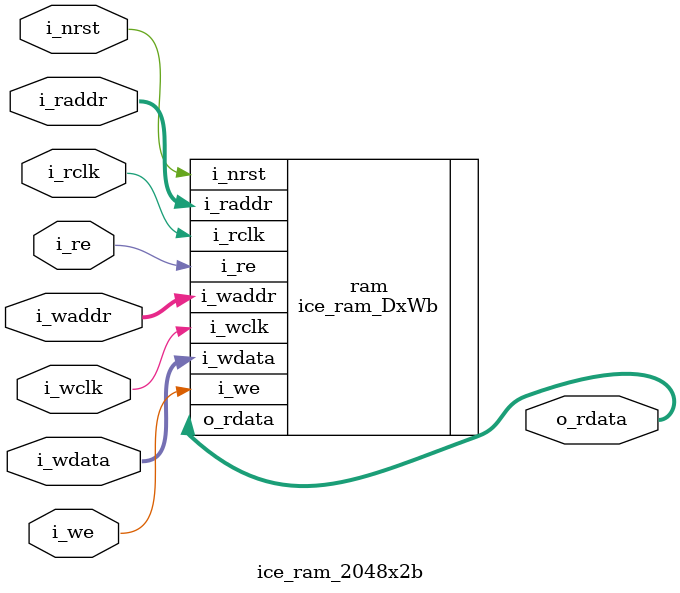
<source format=v>
`timescale 1ns/1ps
module ice_ram_2048x2b (
   input    wire              i_nrst,
   input    wire              i_wclk,
   input    wire     [10:0]   i_waddr,
   input    wire              i_we,
   input    wire     [1:0]    i_wdata,
   input    wire              i_rclk,
   input    wire     [10:0]   i_raddr,
   input    wire              i_re,
   output   wire     [1:0]    o_rdata
);


   ice_ram_DxWb #(
      .pD         (2048    ),
      .pW         (2       ),   
      .pMODE      (32'sd3  )
   ) ram (
      .i_nrst     (i_nrst  ),
      .i_wclk     (i_wclk  ),
      .i_waddr    (i_waddr ),
      .i_we       (i_we    ),
      .i_wdata    (i_wdata ),
      .i_rclk     (i_rclk  ),
      .i_raddr    (i_raddr ),
      .i_re       (i_re    ),
      .o_rdata    (o_rdata )
   );
endmodule


</source>
